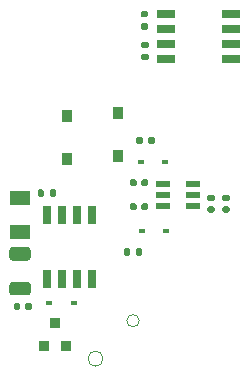
<source format=gbr>
%TF.GenerationSoftware,KiCad,Pcbnew,(5.1.10)-1*%
%TF.CreationDate,2021-10-24T00:58:49+05:30*%
%TF.ProjectId,Modbus_IO_Board,4d6f6462-7573-45f4-994f-5f426f617264,rev?*%
%TF.SameCoordinates,Original*%
%TF.FileFunction,Paste,Bot*%
%TF.FilePolarity,Positive*%
%FSLAX46Y46*%
G04 Gerber Fmt 4.6, Leading zero omitted, Abs format (unit mm)*
G04 Created by KiCad (PCBNEW (5.1.10)-1) date 2021-10-24 00:58:49*
%MOMM*%
%LPD*%
G01*
G04 APERTURE LIST*
%ADD10C,0.120000*%
%ADD11R,0.850000X1.050000*%
%ADD12R,1.200000X0.600000*%
%ADD13R,0.600000X0.450000*%
%ADD14R,0.840000X0.840000*%
%ADD15R,1.595000X0.650000*%
%ADD16R,0.650000X1.525000*%
%ADD17R,1.800000X1.200000*%
G04 APERTURE END LIST*
D10*
%TO.C,TP9*%
X141486518Y-92964000D02*
G75*
G03*
X141486518Y-92964000I-523259J0D01*
G01*
%TO.C,B*%
X138431797Y-96182770D02*
G75*
G03*
X138431797Y-96182770I-641797J0D01*
G01*
%TD*%
D11*
%TO.C,D6*%
X135382000Y-79270000D03*
X135382000Y-75670000D03*
%TD*%
%TO.C,D8*%
X139700000Y-79016000D03*
X139700000Y-75416000D03*
%TD*%
D12*
%TO.C,IC4*%
X146030000Y-83246000D03*
X146030000Y-82296000D03*
X146030000Y-81346000D03*
X143530000Y-81346000D03*
X143530000Y-82296000D03*
X143530000Y-83246000D03*
%TD*%
D13*
%TO.C,D9*%
X143700000Y-79490000D03*
X141600000Y-79490000D03*
%TD*%
%TO.C,D7*%
X143798000Y-85344000D03*
X141698000Y-85344000D03*
%TD*%
%TO.C,C16*%
G36*
G01*
X149014000Y-82858000D02*
X148674000Y-82858000D01*
G75*
G02*
X148534000Y-82718000I0J140000D01*
G01*
X148534000Y-82438000D01*
G75*
G02*
X148674000Y-82298000I140000J0D01*
G01*
X149014000Y-82298000D01*
G75*
G02*
X149154000Y-82438000I0J-140000D01*
G01*
X149154000Y-82718000D01*
G75*
G02*
X149014000Y-82858000I-140000J0D01*
G01*
G37*
G36*
G01*
X149014000Y-83818000D02*
X148674000Y-83818000D01*
G75*
G02*
X148534000Y-83678000I0J140000D01*
G01*
X148534000Y-83398000D01*
G75*
G02*
X148674000Y-83258000I140000J0D01*
G01*
X149014000Y-83258000D01*
G75*
G02*
X149154000Y-83398000I0J-140000D01*
G01*
X149154000Y-83678000D01*
G75*
G02*
X149014000Y-83818000I-140000J0D01*
G01*
G37*
%TD*%
%TO.C,C15*%
G36*
G01*
X147744000Y-82858000D02*
X147404000Y-82858000D01*
G75*
G02*
X147264000Y-82718000I0J140000D01*
G01*
X147264000Y-82438000D01*
G75*
G02*
X147404000Y-82298000I140000J0D01*
G01*
X147744000Y-82298000D01*
G75*
G02*
X147884000Y-82438000I0J-140000D01*
G01*
X147884000Y-82718000D01*
G75*
G02*
X147744000Y-82858000I-140000J0D01*
G01*
G37*
G36*
G01*
X147744000Y-83818000D02*
X147404000Y-83818000D01*
G75*
G02*
X147264000Y-83678000I0J140000D01*
G01*
X147264000Y-83398000D01*
G75*
G02*
X147404000Y-83258000I140000J0D01*
G01*
X147744000Y-83258000D01*
G75*
G02*
X147884000Y-83398000I0J-140000D01*
G01*
X147884000Y-83678000D01*
G75*
G02*
X147744000Y-83818000I-140000J0D01*
G01*
G37*
%TD*%
%TO.C,C14*%
G36*
G01*
X141278000Y-81110000D02*
X141278000Y-81450000D01*
G75*
G02*
X141138000Y-81590000I-140000J0D01*
G01*
X140858000Y-81590000D01*
G75*
G02*
X140718000Y-81450000I0J140000D01*
G01*
X140718000Y-81110000D01*
G75*
G02*
X140858000Y-80970000I140000J0D01*
G01*
X141138000Y-80970000D01*
G75*
G02*
X141278000Y-81110000I0J-140000D01*
G01*
G37*
G36*
G01*
X142238000Y-81110000D02*
X142238000Y-81450000D01*
G75*
G02*
X142098000Y-81590000I-140000J0D01*
G01*
X141818000Y-81590000D01*
G75*
G02*
X141678000Y-81450000I0J140000D01*
G01*
X141678000Y-81110000D01*
G75*
G02*
X141818000Y-80970000I140000J0D01*
G01*
X142098000Y-80970000D01*
G75*
G02*
X142238000Y-81110000I0J-140000D01*
G01*
G37*
%TD*%
%TO.C,C12*%
G36*
G01*
X130749999Y-86720000D02*
X132050001Y-86720000D01*
G75*
G02*
X132300000Y-86969999I0J-249999D01*
G01*
X132300000Y-87620001D01*
G75*
G02*
X132050001Y-87870000I-249999J0D01*
G01*
X130749999Y-87870000D01*
G75*
G02*
X130500000Y-87620001I0J249999D01*
G01*
X130500000Y-86969999D01*
G75*
G02*
X130749999Y-86720000I249999J0D01*
G01*
G37*
G36*
G01*
X130749999Y-89670000D02*
X132050001Y-89670000D01*
G75*
G02*
X132300000Y-89919999I0J-249999D01*
G01*
X132300000Y-90570001D01*
G75*
G02*
X132050001Y-90820000I-249999J0D01*
G01*
X130749999Y-90820000D01*
G75*
G02*
X130500000Y-90570001I0J249999D01*
G01*
X130500000Y-89919999D01*
G75*
G02*
X130749999Y-89670000I249999J0D01*
G01*
G37*
%TD*%
%TO.C,C13*%
G36*
G01*
X141278000Y-83142000D02*
X141278000Y-83482000D01*
G75*
G02*
X141138000Y-83622000I-140000J0D01*
G01*
X140858000Y-83622000D01*
G75*
G02*
X140718000Y-83482000I0J140000D01*
G01*
X140718000Y-83142000D01*
G75*
G02*
X140858000Y-83002000I140000J0D01*
G01*
X141138000Y-83002000D01*
G75*
G02*
X141278000Y-83142000I0J-140000D01*
G01*
G37*
G36*
G01*
X142238000Y-83142000D02*
X142238000Y-83482000D01*
G75*
G02*
X142098000Y-83622000I-140000J0D01*
G01*
X141818000Y-83622000D01*
G75*
G02*
X141678000Y-83482000I0J140000D01*
G01*
X141678000Y-83142000D01*
G75*
G02*
X141818000Y-83002000I140000J0D01*
G01*
X142098000Y-83002000D01*
G75*
G02*
X142238000Y-83142000I0J-140000D01*
G01*
G37*
%TD*%
%TO.C,C11*%
G36*
G01*
X132380000Y-91600000D02*
X132380000Y-91940000D01*
G75*
G02*
X132240000Y-92080000I-140000J0D01*
G01*
X131960000Y-92080000D01*
G75*
G02*
X131820000Y-91940000I0J140000D01*
G01*
X131820000Y-91600000D01*
G75*
G02*
X131960000Y-91460000I140000J0D01*
G01*
X132240000Y-91460000D01*
G75*
G02*
X132380000Y-91600000I0J-140000D01*
G01*
G37*
G36*
G01*
X131420000Y-91600000D02*
X131420000Y-91940000D01*
G75*
G02*
X131280000Y-92080000I-140000J0D01*
G01*
X131000000Y-92080000D01*
G75*
G02*
X130860000Y-91940000I0J140000D01*
G01*
X130860000Y-91600000D01*
G75*
G02*
X131000000Y-91460000I140000J0D01*
G01*
X131280000Y-91460000D01*
G75*
G02*
X131420000Y-91600000I0J-140000D01*
G01*
G37*
%TD*%
%TO.C,R9*%
G36*
G01*
X141790000Y-77535000D02*
X141790000Y-77905000D01*
G75*
G02*
X141655000Y-78040000I-135000J0D01*
G01*
X141385000Y-78040000D01*
G75*
G02*
X141250000Y-77905000I0J135000D01*
G01*
X141250000Y-77535000D01*
G75*
G02*
X141385000Y-77400000I135000J0D01*
G01*
X141655000Y-77400000D01*
G75*
G02*
X141790000Y-77535000I0J-135000D01*
G01*
G37*
G36*
G01*
X142810000Y-77535000D02*
X142810000Y-77905000D01*
G75*
G02*
X142675000Y-78040000I-135000J0D01*
G01*
X142405000Y-78040000D01*
G75*
G02*
X142270000Y-77905000I0J135000D01*
G01*
X142270000Y-77535000D01*
G75*
G02*
X142405000Y-77400000I135000J0D01*
G01*
X142675000Y-77400000D01*
G75*
G02*
X142810000Y-77535000I0J-135000D01*
G01*
G37*
%TD*%
%TO.C,R6*%
G36*
G01*
X141208000Y-87307000D02*
X141208000Y-86937000D01*
G75*
G02*
X141343000Y-86802000I135000J0D01*
G01*
X141613000Y-86802000D01*
G75*
G02*
X141748000Y-86937000I0J-135000D01*
G01*
X141748000Y-87307000D01*
G75*
G02*
X141613000Y-87442000I-135000J0D01*
G01*
X141343000Y-87442000D01*
G75*
G02*
X141208000Y-87307000I0J135000D01*
G01*
G37*
G36*
G01*
X140188000Y-87307000D02*
X140188000Y-86937000D01*
G75*
G02*
X140323000Y-86802000I135000J0D01*
G01*
X140593000Y-86802000D01*
G75*
G02*
X140728000Y-86937000I0J-135000D01*
G01*
X140728000Y-87307000D01*
G75*
G02*
X140593000Y-87442000I-135000J0D01*
G01*
X140323000Y-87442000D01*
G75*
G02*
X140188000Y-87307000I0J135000D01*
G01*
G37*
%TD*%
%TO.C,R5*%
G36*
G01*
X142165000Y-69910000D02*
X141795000Y-69910000D01*
G75*
G02*
X141660000Y-69775000I0J135000D01*
G01*
X141660000Y-69505000D01*
G75*
G02*
X141795000Y-69370000I135000J0D01*
G01*
X142165000Y-69370000D01*
G75*
G02*
X142300000Y-69505000I0J-135000D01*
G01*
X142300000Y-69775000D01*
G75*
G02*
X142165000Y-69910000I-135000J0D01*
G01*
G37*
G36*
G01*
X142165000Y-70930000D02*
X141795000Y-70930000D01*
G75*
G02*
X141660000Y-70795000I0J135000D01*
G01*
X141660000Y-70525000D01*
G75*
G02*
X141795000Y-70390000I135000J0D01*
G01*
X142165000Y-70390000D01*
G75*
G02*
X142300000Y-70525000I0J-135000D01*
G01*
X142300000Y-70795000D01*
G75*
G02*
X142165000Y-70930000I-135000J0D01*
G01*
G37*
%TD*%
%TO.C,R4*%
G36*
G01*
X142105000Y-67290000D02*
X141735000Y-67290000D01*
G75*
G02*
X141600000Y-67155000I0J135000D01*
G01*
X141600000Y-66885000D01*
G75*
G02*
X141735000Y-66750000I135000J0D01*
G01*
X142105000Y-66750000D01*
G75*
G02*
X142240000Y-66885000I0J-135000D01*
G01*
X142240000Y-67155000D01*
G75*
G02*
X142105000Y-67290000I-135000J0D01*
G01*
G37*
G36*
G01*
X142105000Y-68310000D02*
X141735000Y-68310000D01*
G75*
G02*
X141600000Y-68175000I0J135000D01*
G01*
X141600000Y-67905000D01*
G75*
G02*
X141735000Y-67770000I135000J0D01*
G01*
X142105000Y-67770000D01*
G75*
G02*
X142240000Y-67905000I0J-135000D01*
G01*
X142240000Y-68175000D01*
G75*
G02*
X142105000Y-68310000I-135000J0D01*
G01*
G37*
%TD*%
%TO.C,R2*%
G36*
G01*
X132880000Y-82345000D02*
X132880000Y-81975000D01*
G75*
G02*
X133015000Y-81840000I135000J0D01*
G01*
X133285000Y-81840000D01*
G75*
G02*
X133420000Y-81975000I0J-135000D01*
G01*
X133420000Y-82345000D01*
G75*
G02*
X133285000Y-82480000I-135000J0D01*
G01*
X133015000Y-82480000D01*
G75*
G02*
X132880000Y-82345000I0J135000D01*
G01*
G37*
G36*
G01*
X133900000Y-82345000D02*
X133900000Y-81975000D01*
G75*
G02*
X134035000Y-81840000I135000J0D01*
G01*
X134305000Y-81840000D01*
G75*
G02*
X134440000Y-81975000I0J-135000D01*
G01*
X134440000Y-82345000D01*
G75*
G02*
X134305000Y-82480000I-135000J0D01*
G01*
X134035000Y-82480000D01*
G75*
G02*
X133900000Y-82345000I0J135000D01*
G01*
G37*
%TD*%
%TO.C,D5*%
X135990000Y-91480000D03*
X133890000Y-91480000D03*
%TD*%
D14*
%TO.C,U1*%
X134340000Y-93120000D03*
X133400000Y-95125000D03*
X135280000Y-95125000D03*
%TD*%
D15*
%TO.C,IC5*%
X149282000Y-70795000D03*
X149282000Y-69525000D03*
X149282000Y-68255000D03*
X149282000Y-66985000D03*
X143778000Y-66985000D03*
X143778000Y-68255000D03*
X143778000Y-69525000D03*
X143778000Y-70795000D03*
%TD*%
D16*
%TO.C,IC3*%
X133655000Y-89432000D03*
X134925000Y-89432000D03*
X136195000Y-89432000D03*
X137465000Y-89432000D03*
X137465000Y-84008000D03*
X136195000Y-84008000D03*
X134925000Y-84008000D03*
X133655000Y-84008000D03*
%TD*%
D17*
%TO.C,FB2*%
X131410000Y-85490000D03*
X131410000Y-82590000D03*
%TD*%
M02*

</source>
